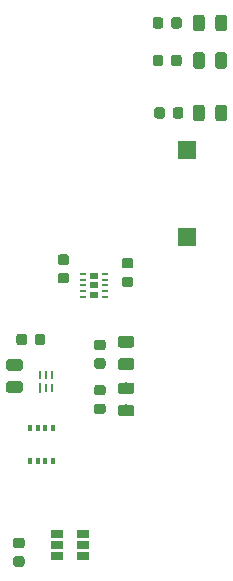
<source format=gbr>
G04 #@! TF.GenerationSoftware,KiCad,Pcbnew,(5.0.1)-rc2*
G04 #@! TF.CreationDate,2019-03-09T00:38:12-07:00*
G04 #@! TF.ProjectId,weatherStation,7765617468657253746174696F6E2E6B,rev?*
G04 #@! TF.SameCoordinates,Original*
G04 #@! TF.FileFunction,Paste,Top*
G04 #@! TF.FilePolarity,Positive*
%FSLAX46Y46*%
G04 Gerber Fmt 4.6, Leading zero omitted, Abs format (unit mm)*
G04 Created by KiCad (PCBNEW (5.0.1)-rc2) date 3/9/2019 12:38:12 AM*
%MOMM*%
%LPD*%
G01*
G04 APERTURE LIST*
%ADD10C,0.100000*%
%ADD11C,0.975000*%
%ADD12C,0.875000*%
%ADD13R,1.500000X1.500000*%
%ADD14R,1.060000X0.650000*%
%ADD15R,0.280000X0.750000*%
%ADD16R,0.280000X0.850000*%
%ADD17R,0.400000X0.600000*%
%ADD18R,0.650000X0.610000*%
%ADD19R,0.500000X0.250000*%
G04 APERTURE END LIST*
D10*
G04 #@! TO.C,C2*
G36*
X97889142Y-82444674D02*
X97912803Y-82448184D01*
X97936007Y-82453996D01*
X97958529Y-82462054D01*
X97980153Y-82472282D01*
X98000670Y-82484579D01*
X98019883Y-82498829D01*
X98037607Y-82514893D01*
X98053671Y-82532617D01*
X98067921Y-82551830D01*
X98080218Y-82572347D01*
X98090446Y-82593971D01*
X98098504Y-82616493D01*
X98104316Y-82639697D01*
X98107826Y-82663358D01*
X98109000Y-82687250D01*
X98109000Y-83174750D01*
X98107826Y-83198642D01*
X98104316Y-83222303D01*
X98098504Y-83245507D01*
X98090446Y-83268029D01*
X98080218Y-83289653D01*
X98067921Y-83310170D01*
X98053671Y-83329383D01*
X98037607Y-83347107D01*
X98019883Y-83363171D01*
X98000670Y-83377421D01*
X97980153Y-83389718D01*
X97958529Y-83399946D01*
X97936007Y-83408004D01*
X97912803Y-83413816D01*
X97889142Y-83417326D01*
X97865250Y-83418500D01*
X96952750Y-83418500D01*
X96928858Y-83417326D01*
X96905197Y-83413816D01*
X96881993Y-83408004D01*
X96859471Y-83399946D01*
X96837847Y-83389718D01*
X96817330Y-83377421D01*
X96798117Y-83363171D01*
X96780393Y-83347107D01*
X96764329Y-83329383D01*
X96750079Y-83310170D01*
X96737782Y-83289653D01*
X96727554Y-83268029D01*
X96719496Y-83245507D01*
X96713684Y-83222303D01*
X96710174Y-83198642D01*
X96709000Y-83174750D01*
X96709000Y-82687250D01*
X96710174Y-82663358D01*
X96713684Y-82639697D01*
X96719496Y-82616493D01*
X96727554Y-82593971D01*
X96737782Y-82572347D01*
X96750079Y-82551830D01*
X96764329Y-82532617D01*
X96780393Y-82514893D01*
X96798117Y-82498829D01*
X96817330Y-82484579D01*
X96837847Y-82472282D01*
X96859471Y-82462054D01*
X96881993Y-82453996D01*
X96905197Y-82448184D01*
X96928858Y-82444674D01*
X96952750Y-82443500D01*
X97865250Y-82443500D01*
X97889142Y-82444674D01*
X97889142Y-82444674D01*
G37*
D11*
X97409000Y-82931000D03*
D10*
G36*
X97889142Y-84319674D02*
X97912803Y-84323184D01*
X97936007Y-84328996D01*
X97958529Y-84337054D01*
X97980153Y-84347282D01*
X98000670Y-84359579D01*
X98019883Y-84373829D01*
X98037607Y-84389893D01*
X98053671Y-84407617D01*
X98067921Y-84426830D01*
X98080218Y-84447347D01*
X98090446Y-84468971D01*
X98098504Y-84491493D01*
X98104316Y-84514697D01*
X98107826Y-84538358D01*
X98109000Y-84562250D01*
X98109000Y-85049750D01*
X98107826Y-85073642D01*
X98104316Y-85097303D01*
X98098504Y-85120507D01*
X98090446Y-85143029D01*
X98080218Y-85164653D01*
X98067921Y-85185170D01*
X98053671Y-85204383D01*
X98037607Y-85222107D01*
X98019883Y-85238171D01*
X98000670Y-85252421D01*
X97980153Y-85264718D01*
X97958529Y-85274946D01*
X97936007Y-85283004D01*
X97912803Y-85288816D01*
X97889142Y-85292326D01*
X97865250Y-85293500D01*
X96952750Y-85293500D01*
X96928858Y-85292326D01*
X96905197Y-85288816D01*
X96881993Y-85283004D01*
X96859471Y-85274946D01*
X96837847Y-85264718D01*
X96817330Y-85252421D01*
X96798117Y-85238171D01*
X96780393Y-85222107D01*
X96764329Y-85204383D01*
X96750079Y-85185170D01*
X96737782Y-85164653D01*
X96727554Y-85143029D01*
X96719496Y-85120507D01*
X96713684Y-85097303D01*
X96710174Y-85073642D01*
X96709000Y-85049750D01*
X96709000Y-84562250D01*
X96710174Y-84538358D01*
X96713684Y-84514697D01*
X96719496Y-84491493D01*
X96727554Y-84468971D01*
X96737782Y-84447347D01*
X96750079Y-84426830D01*
X96764329Y-84407617D01*
X96780393Y-84389893D01*
X96798117Y-84373829D01*
X96817330Y-84359579D01*
X96837847Y-84347282D01*
X96859471Y-84337054D01*
X96881993Y-84328996D01*
X96905197Y-84323184D01*
X96928858Y-84319674D01*
X96952750Y-84318500D01*
X97865250Y-84318500D01*
X97889142Y-84319674D01*
X97889142Y-84319674D01*
G37*
D11*
X97409000Y-84806000D03*
G04 #@! TD*
D10*
G04 #@! TO.C,D4*
G36*
X107348141Y-80491174D02*
X107371802Y-80494684D01*
X107395006Y-80500496D01*
X107417528Y-80508554D01*
X107439152Y-80518782D01*
X107459669Y-80531079D01*
X107478882Y-80545329D01*
X107496606Y-80561393D01*
X107512670Y-80579117D01*
X107526920Y-80598330D01*
X107539217Y-80618847D01*
X107549445Y-80640471D01*
X107557503Y-80662993D01*
X107563315Y-80686197D01*
X107566825Y-80709858D01*
X107567999Y-80733750D01*
X107567999Y-81221250D01*
X107566825Y-81245142D01*
X107563315Y-81268803D01*
X107557503Y-81292007D01*
X107549445Y-81314529D01*
X107539217Y-81336153D01*
X107526920Y-81356670D01*
X107512670Y-81375883D01*
X107496606Y-81393607D01*
X107478882Y-81409671D01*
X107459669Y-81423921D01*
X107439152Y-81436218D01*
X107417528Y-81446446D01*
X107395006Y-81454504D01*
X107371802Y-81460316D01*
X107348141Y-81463826D01*
X107324249Y-81465000D01*
X106411749Y-81465000D01*
X106387857Y-81463826D01*
X106364196Y-81460316D01*
X106340992Y-81454504D01*
X106318470Y-81446446D01*
X106296846Y-81436218D01*
X106276329Y-81423921D01*
X106257116Y-81409671D01*
X106239392Y-81393607D01*
X106223328Y-81375883D01*
X106209078Y-81356670D01*
X106196781Y-81336153D01*
X106186553Y-81314529D01*
X106178495Y-81292007D01*
X106172683Y-81268803D01*
X106169173Y-81245142D01*
X106167999Y-81221250D01*
X106167999Y-80733750D01*
X106169173Y-80709858D01*
X106172683Y-80686197D01*
X106178495Y-80662993D01*
X106186553Y-80640471D01*
X106196781Y-80618847D01*
X106209078Y-80598330D01*
X106223328Y-80579117D01*
X106239392Y-80561393D01*
X106257116Y-80545329D01*
X106276329Y-80531079D01*
X106296846Y-80518782D01*
X106318470Y-80508554D01*
X106340992Y-80500496D01*
X106364196Y-80494684D01*
X106387857Y-80491174D01*
X106411749Y-80490000D01*
X107324249Y-80490000D01*
X107348141Y-80491174D01*
X107348141Y-80491174D01*
G37*
D11*
X106867999Y-80977500D03*
D10*
G36*
X107348141Y-82366174D02*
X107371802Y-82369684D01*
X107395006Y-82375496D01*
X107417528Y-82383554D01*
X107439152Y-82393782D01*
X107459669Y-82406079D01*
X107478882Y-82420329D01*
X107496606Y-82436393D01*
X107512670Y-82454117D01*
X107526920Y-82473330D01*
X107539217Y-82493847D01*
X107549445Y-82515471D01*
X107557503Y-82537993D01*
X107563315Y-82561197D01*
X107566825Y-82584858D01*
X107567999Y-82608750D01*
X107567999Y-83096250D01*
X107566825Y-83120142D01*
X107563315Y-83143803D01*
X107557503Y-83167007D01*
X107549445Y-83189529D01*
X107539217Y-83211153D01*
X107526920Y-83231670D01*
X107512670Y-83250883D01*
X107496606Y-83268607D01*
X107478882Y-83284671D01*
X107459669Y-83298921D01*
X107439152Y-83311218D01*
X107417528Y-83321446D01*
X107395006Y-83329504D01*
X107371802Y-83335316D01*
X107348141Y-83338826D01*
X107324249Y-83340000D01*
X106411749Y-83340000D01*
X106387857Y-83338826D01*
X106364196Y-83335316D01*
X106340992Y-83329504D01*
X106318470Y-83321446D01*
X106296846Y-83311218D01*
X106276329Y-83298921D01*
X106257116Y-83284671D01*
X106239392Y-83268607D01*
X106223328Y-83250883D01*
X106209078Y-83231670D01*
X106196781Y-83211153D01*
X106186553Y-83189529D01*
X106178495Y-83167007D01*
X106172683Y-83143803D01*
X106169173Y-83120142D01*
X106167999Y-83096250D01*
X106167999Y-82608750D01*
X106169173Y-82584858D01*
X106172683Y-82561197D01*
X106178495Y-82537993D01*
X106186553Y-82515471D01*
X106196781Y-82493847D01*
X106209078Y-82473330D01*
X106223328Y-82454117D01*
X106239392Y-82436393D01*
X106257116Y-82420329D01*
X106276329Y-82406079D01*
X106296846Y-82393782D01*
X106318470Y-82383554D01*
X106340992Y-82375496D01*
X106364196Y-82369684D01*
X106387857Y-82366174D01*
X106411749Y-82365000D01*
X107324249Y-82365000D01*
X107348141Y-82366174D01*
X107348141Y-82366174D01*
G37*
D11*
X106867999Y-82852500D03*
G04 #@! TD*
D10*
G04 #@! TO.C,D5*
G36*
X107348141Y-84428174D02*
X107371802Y-84431684D01*
X107395006Y-84437496D01*
X107417528Y-84445554D01*
X107439152Y-84455782D01*
X107459669Y-84468079D01*
X107478882Y-84482329D01*
X107496606Y-84498393D01*
X107512670Y-84516117D01*
X107526920Y-84535330D01*
X107539217Y-84555847D01*
X107549445Y-84577471D01*
X107557503Y-84599993D01*
X107563315Y-84623197D01*
X107566825Y-84646858D01*
X107567999Y-84670750D01*
X107567999Y-85158250D01*
X107566825Y-85182142D01*
X107563315Y-85205803D01*
X107557503Y-85229007D01*
X107549445Y-85251529D01*
X107539217Y-85273153D01*
X107526920Y-85293670D01*
X107512670Y-85312883D01*
X107496606Y-85330607D01*
X107478882Y-85346671D01*
X107459669Y-85360921D01*
X107439152Y-85373218D01*
X107417528Y-85383446D01*
X107395006Y-85391504D01*
X107371802Y-85397316D01*
X107348141Y-85400826D01*
X107324249Y-85402000D01*
X106411749Y-85402000D01*
X106387857Y-85400826D01*
X106364196Y-85397316D01*
X106340992Y-85391504D01*
X106318470Y-85383446D01*
X106296846Y-85373218D01*
X106276329Y-85360921D01*
X106257116Y-85346671D01*
X106239392Y-85330607D01*
X106223328Y-85312883D01*
X106209078Y-85293670D01*
X106196781Y-85273153D01*
X106186553Y-85251529D01*
X106178495Y-85229007D01*
X106172683Y-85205803D01*
X106169173Y-85182142D01*
X106167999Y-85158250D01*
X106167999Y-84670750D01*
X106169173Y-84646858D01*
X106172683Y-84623197D01*
X106178495Y-84599993D01*
X106186553Y-84577471D01*
X106196781Y-84555847D01*
X106209078Y-84535330D01*
X106223328Y-84516117D01*
X106239392Y-84498393D01*
X106257116Y-84482329D01*
X106276329Y-84468079D01*
X106296846Y-84455782D01*
X106318470Y-84445554D01*
X106340992Y-84437496D01*
X106364196Y-84431684D01*
X106387857Y-84428174D01*
X106411749Y-84427000D01*
X107324249Y-84427000D01*
X107348141Y-84428174D01*
X107348141Y-84428174D01*
G37*
D11*
X106867999Y-84914500D03*
D10*
G36*
X107348141Y-86303174D02*
X107371802Y-86306684D01*
X107395006Y-86312496D01*
X107417528Y-86320554D01*
X107439152Y-86330782D01*
X107459669Y-86343079D01*
X107478882Y-86357329D01*
X107496606Y-86373393D01*
X107512670Y-86391117D01*
X107526920Y-86410330D01*
X107539217Y-86430847D01*
X107549445Y-86452471D01*
X107557503Y-86474993D01*
X107563315Y-86498197D01*
X107566825Y-86521858D01*
X107567999Y-86545750D01*
X107567999Y-87033250D01*
X107566825Y-87057142D01*
X107563315Y-87080803D01*
X107557503Y-87104007D01*
X107549445Y-87126529D01*
X107539217Y-87148153D01*
X107526920Y-87168670D01*
X107512670Y-87187883D01*
X107496606Y-87205607D01*
X107478882Y-87221671D01*
X107459669Y-87235921D01*
X107439152Y-87248218D01*
X107417528Y-87258446D01*
X107395006Y-87266504D01*
X107371802Y-87272316D01*
X107348141Y-87275826D01*
X107324249Y-87277000D01*
X106411749Y-87277000D01*
X106387857Y-87275826D01*
X106364196Y-87272316D01*
X106340992Y-87266504D01*
X106318470Y-87258446D01*
X106296846Y-87248218D01*
X106276329Y-87235921D01*
X106257116Y-87221671D01*
X106239392Y-87205607D01*
X106223328Y-87187883D01*
X106209078Y-87168670D01*
X106196781Y-87148153D01*
X106186553Y-87126529D01*
X106178495Y-87104007D01*
X106172683Y-87080803D01*
X106169173Y-87057142D01*
X106167999Y-87033250D01*
X106167999Y-86545750D01*
X106169173Y-86521858D01*
X106172683Y-86498197D01*
X106178495Y-86474993D01*
X106186553Y-86452471D01*
X106196781Y-86430847D01*
X106209078Y-86410330D01*
X106223328Y-86391117D01*
X106239392Y-86373393D01*
X106257116Y-86357329D01*
X106276329Y-86343079D01*
X106296846Y-86330782D01*
X106318470Y-86320554D01*
X106340992Y-86312496D01*
X106364196Y-86306684D01*
X106387857Y-86303174D01*
X106411749Y-86302000D01*
X107324249Y-86302000D01*
X107348141Y-86303174D01*
X107348141Y-86303174D01*
G37*
D11*
X106867999Y-86789500D03*
G04 #@! TD*
D10*
G04 #@! TO.C,D8*
G36*
X113297642Y-53276174D02*
X113321303Y-53279684D01*
X113344507Y-53285496D01*
X113367029Y-53293554D01*
X113388653Y-53303782D01*
X113409170Y-53316079D01*
X113428383Y-53330329D01*
X113446107Y-53346393D01*
X113462171Y-53364117D01*
X113476421Y-53383330D01*
X113488718Y-53403847D01*
X113498946Y-53425471D01*
X113507004Y-53447993D01*
X113512816Y-53471197D01*
X113516326Y-53494858D01*
X113517500Y-53518750D01*
X113517500Y-54431250D01*
X113516326Y-54455142D01*
X113512816Y-54478803D01*
X113507004Y-54502007D01*
X113498946Y-54524529D01*
X113488718Y-54546153D01*
X113476421Y-54566670D01*
X113462171Y-54585883D01*
X113446107Y-54603607D01*
X113428383Y-54619671D01*
X113409170Y-54633921D01*
X113388653Y-54646218D01*
X113367029Y-54656446D01*
X113344507Y-54664504D01*
X113321303Y-54670316D01*
X113297642Y-54673826D01*
X113273750Y-54675000D01*
X112786250Y-54675000D01*
X112762358Y-54673826D01*
X112738697Y-54670316D01*
X112715493Y-54664504D01*
X112692971Y-54656446D01*
X112671347Y-54646218D01*
X112650830Y-54633921D01*
X112631617Y-54619671D01*
X112613893Y-54603607D01*
X112597829Y-54585883D01*
X112583579Y-54566670D01*
X112571282Y-54546153D01*
X112561054Y-54524529D01*
X112552996Y-54502007D01*
X112547184Y-54478803D01*
X112543674Y-54455142D01*
X112542500Y-54431250D01*
X112542500Y-53518750D01*
X112543674Y-53494858D01*
X112547184Y-53471197D01*
X112552996Y-53447993D01*
X112561054Y-53425471D01*
X112571282Y-53403847D01*
X112583579Y-53383330D01*
X112597829Y-53364117D01*
X112613893Y-53346393D01*
X112631617Y-53330329D01*
X112650830Y-53316079D01*
X112671347Y-53303782D01*
X112692971Y-53293554D01*
X112715493Y-53285496D01*
X112738697Y-53279684D01*
X112762358Y-53276174D01*
X112786250Y-53275000D01*
X113273750Y-53275000D01*
X113297642Y-53276174D01*
X113297642Y-53276174D01*
G37*
D11*
X113030000Y-53975000D03*
D10*
G36*
X115172642Y-53276174D02*
X115196303Y-53279684D01*
X115219507Y-53285496D01*
X115242029Y-53293554D01*
X115263653Y-53303782D01*
X115284170Y-53316079D01*
X115303383Y-53330329D01*
X115321107Y-53346393D01*
X115337171Y-53364117D01*
X115351421Y-53383330D01*
X115363718Y-53403847D01*
X115373946Y-53425471D01*
X115382004Y-53447993D01*
X115387816Y-53471197D01*
X115391326Y-53494858D01*
X115392500Y-53518750D01*
X115392500Y-54431250D01*
X115391326Y-54455142D01*
X115387816Y-54478803D01*
X115382004Y-54502007D01*
X115373946Y-54524529D01*
X115363718Y-54546153D01*
X115351421Y-54566670D01*
X115337171Y-54585883D01*
X115321107Y-54603607D01*
X115303383Y-54619671D01*
X115284170Y-54633921D01*
X115263653Y-54646218D01*
X115242029Y-54656446D01*
X115219507Y-54664504D01*
X115196303Y-54670316D01*
X115172642Y-54673826D01*
X115148750Y-54675000D01*
X114661250Y-54675000D01*
X114637358Y-54673826D01*
X114613697Y-54670316D01*
X114590493Y-54664504D01*
X114567971Y-54656446D01*
X114546347Y-54646218D01*
X114525830Y-54633921D01*
X114506617Y-54619671D01*
X114488893Y-54603607D01*
X114472829Y-54585883D01*
X114458579Y-54566670D01*
X114446282Y-54546153D01*
X114436054Y-54524529D01*
X114427996Y-54502007D01*
X114422184Y-54478803D01*
X114418674Y-54455142D01*
X114417500Y-54431250D01*
X114417500Y-53518750D01*
X114418674Y-53494858D01*
X114422184Y-53471197D01*
X114427996Y-53447993D01*
X114436054Y-53425471D01*
X114446282Y-53403847D01*
X114458579Y-53383330D01*
X114472829Y-53364117D01*
X114488893Y-53346393D01*
X114506617Y-53330329D01*
X114525830Y-53316079D01*
X114546347Y-53303782D01*
X114567971Y-53293554D01*
X114590493Y-53285496D01*
X114613697Y-53279684D01*
X114637358Y-53276174D01*
X114661250Y-53275000D01*
X115148750Y-53275000D01*
X115172642Y-53276174D01*
X115172642Y-53276174D01*
G37*
D11*
X114905000Y-53975000D03*
G04 #@! TD*
D10*
G04 #@! TO.C,D9*
G36*
X113297642Y-56451174D02*
X113321303Y-56454684D01*
X113344507Y-56460496D01*
X113367029Y-56468554D01*
X113388653Y-56478782D01*
X113409170Y-56491079D01*
X113428383Y-56505329D01*
X113446107Y-56521393D01*
X113462171Y-56539117D01*
X113476421Y-56558330D01*
X113488718Y-56578847D01*
X113498946Y-56600471D01*
X113507004Y-56622993D01*
X113512816Y-56646197D01*
X113516326Y-56669858D01*
X113517500Y-56693750D01*
X113517500Y-57606250D01*
X113516326Y-57630142D01*
X113512816Y-57653803D01*
X113507004Y-57677007D01*
X113498946Y-57699529D01*
X113488718Y-57721153D01*
X113476421Y-57741670D01*
X113462171Y-57760883D01*
X113446107Y-57778607D01*
X113428383Y-57794671D01*
X113409170Y-57808921D01*
X113388653Y-57821218D01*
X113367029Y-57831446D01*
X113344507Y-57839504D01*
X113321303Y-57845316D01*
X113297642Y-57848826D01*
X113273750Y-57850000D01*
X112786250Y-57850000D01*
X112762358Y-57848826D01*
X112738697Y-57845316D01*
X112715493Y-57839504D01*
X112692971Y-57831446D01*
X112671347Y-57821218D01*
X112650830Y-57808921D01*
X112631617Y-57794671D01*
X112613893Y-57778607D01*
X112597829Y-57760883D01*
X112583579Y-57741670D01*
X112571282Y-57721153D01*
X112561054Y-57699529D01*
X112552996Y-57677007D01*
X112547184Y-57653803D01*
X112543674Y-57630142D01*
X112542500Y-57606250D01*
X112542500Y-56693750D01*
X112543674Y-56669858D01*
X112547184Y-56646197D01*
X112552996Y-56622993D01*
X112561054Y-56600471D01*
X112571282Y-56578847D01*
X112583579Y-56558330D01*
X112597829Y-56539117D01*
X112613893Y-56521393D01*
X112631617Y-56505329D01*
X112650830Y-56491079D01*
X112671347Y-56478782D01*
X112692971Y-56468554D01*
X112715493Y-56460496D01*
X112738697Y-56454684D01*
X112762358Y-56451174D01*
X112786250Y-56450000D01*
X113273750Y-56450000D01*
X113297642Y-56451174D01*
X113297642Y-56451174D01*
G37*
D11*
X113030000Y-57150000D03*
D10*
G36*
X115172642Y-56451174D02*
X115196303Y-56454684D01*
X115219507Y-56460496D01*
X115242029Y-56468554D01*
X115263653Y-56478782D01*
X115284170Y-56491079D01*
X115303383Y-56505329D01*
X115321107Y-56521393D01*
X115337171Y-56539117D01*
X115351421Y-56558330D01*
X115363718Y-56578847D01*
X115373946Y-56600471D01*
X115382004Y-56622993D01*
X115387816Y-56646197D01*
X115391326Y-56669858D01*
X115392500Y-56693750D01*
X115392500Y-57606250D01*
X115391326Y-57630142D01*
X115387816Y-57653803D01*
X115382004Y-57677007D01*
X115373946Y-57699529D01*
X115363718Y-57721153D01*
X115351421Y-57741670D01*
X115337171Y-57760883D01*
X115321107Y-57778607D01*
X115303383Y-57794671D01*
X115284170Y-57808921D01*
X115263653Y-57821218D01*
X115242029Y-57831446D01*
X115219507Y-57839504D01*
X115196303Y-57845316D01*
X115172642Y-57848826D01*
X115148750Y-57850000D01*
X114661250Y-57850000D01*
X114637358Y-57848826D01*
X114613697Y-57845316D01*
X114590493Y-57839504D01*
X114567971Y-57831446D01*
X114546347Y-57821218D01*
X114525830Y-57808921D01*
X114506617Y-57794671D01*
X114488893Y-57778607D01*
X114472829Y-57760883D01*
X114458579Y-57741670D01*
X114446282Y-57721153D01*
X114436054Y-57699529D01*
X114427996Y-57677007D01*
X114422184Y-57653803D01*
X114418674Y-57630142D01*
X114417500Y-57606250D01*
X114417500Y-56693750D01*
X114418674Y-56669858D01*
X114422184Y-56646197D01*
X114427996Y-56622993D01*
X114436054Y-56600471D01*
X114446282Y-56578847D01*
X114458579Y-56558330D01*
X114472829Y-56539117D01*
X114488893Y-56521393D01*
X114506617Y-56505329D01*
X114525830Y-56491079D01*
X114546347Y-56478782D01*
X114567971Y-56468554D01*
X114590493Y-56460496D01*
X114613697Y-56454684D01*
X114637358Y-56451174D01*
X114661250Y-56450000D01*
X115148750Y-56450000D01*
X115172642Y-56451174D01*
X115172642Y-56451174D01*
G37*
D11*
X114905000Y-57150000D03*
G04 #@! TD*
D10*
G04 #@! TO.C,D10*
G36*
X115172642Y-60896174D02*
X115196303Y-60899684D01*
X115219507Y-60905496D01*
X115242029Y-60913554D01*
X115263653Y-60923782D01*
X115284170Y-60936079D01*
X115303383Y-60950329D01*
X115321107Y-60966393D01*
X115337171Y-60984117D01*
X115351421Y-61003330D01*
X115363718Y-61023847D01*
X115373946Y-61045471D01*
X115382004Y-61067993D01*
X115387816Y-61091197D01*
X115391326Y-61114858D01*
X115392500Y-61138750D01*
X115392500Y-62051250D01*
X115391326Y-62075142D01*
X115387816Y-62098803D01*
X115382004Y-62122007D01*
X115373946Y-62144529D01*
X115363718Y-62166153D01*
X115351421Y-62186670D01*
X115337171Y-62205883D01*
X115321107Y-62223607D01*
X115303383Y-62239671D01*
X115284170Y-62253921D01*
X115263653Y-62266218D01*
X115242029Y-62276446D01*
X115219507Y-62284504D01*
X115196303Y-62290316D01*
X115172642Y-62293826D01*
X115148750Y-62295000D01*
X114661250Y-62295000D01*
X114637358Y-62293826D01*
X114613697Y-62290316D01*
X114590493Y-62284504D01*
X114567971Y-62276446D01*
X114546347Y-62266218D01*
X114525830Y-62253921D01*
X114506617Y-62239671D01*
X114488893Y-62223607D01*
X114472829Y-62205883D01*
X114458579Y-62186670D01*
X114446282Y-62166153D01*
X114436054Y-62144529D01*
X114427996Y-62122007D01*
X114422184Y-62098803D01*
X114418674Y-62075142D01*
X114417500Y-62051250D01*
X114417500Y-61138750D01*
X114418674Y-61114858D01*
X114422184Y-61091197D01*
X114427996Y-61067993D01*
X114436054Y-61045471D01*
X114446282Y-61023847D01*
X114458579Y-61003330D01*
X114472829Y-60984117D01*
X114488893Y-60966393D01*
X114506617Y-60950329D01*
X114525830Y-60936079D01*
X114546347Y-60923782D01*
X114567971Y-60913554D01*
X114590493Y-60905496D01*
X114613697Y-60899684D01*
X114637358Y-60896174D01*
X114661250Y-60895000D01*
X115148750Y-60895000D01*
X115172642Y-60896174D01*
X115172642Y-60896174D01*
G37*
D11*
X114905000Y-61595000D03*
D10*
G36*
X113297642Y-60896174D02*
X113321303Y-60899684D01*
X113344507Y-60905496D01*
X113367029Y-60913554D01*
X113388653Y-60923782D01*
X113409170Y-60936079D01*
X113428383Y-60950329D01*
X113446107Y-60966393D01*
X113462171Y-60984117D01*
X113476421Y-61003330D01*
X113488718Y-61023847D01*
X113498946Y-61045471D01*
X113507004Y-61067993D01*
X113512816Y-61091197D01*
X113516326Y-61114858D01*
X113517500Y-61138750D01*
X113517500Y-62051250D01*
X113516326Y-62075142D01*
X113512816Y-62098803D01*
X113507004Y-62122007D01*
X113498946Y-62144529D01*
X113488718Y-62166153D01*
X113476421Y-62186670D01*
X113462171Y-62205883D01*
X113446107Y-62223607D01*
X113428383Y-62239671D01*
X113409170Y-62253921D01*
X113388653Y-62266218D01*
X113367029Y-62276446D01*
X113344507Y-62284504D01*
X113321303Y-62290316D01*
X113297642Y-62293826D01*
X113273750Y-62295000D01*
X112786250Y-62295000D01*
X112762358Y-62293826D01*
X112738697Y-62290316D01*
X112715493Y-62284504D01*
X112692971Y-62276446D01*
X112671347Y-62266218D01*
X112650830Y-62253921D01*
X112631617Y-62239671D01*
X112613893Y-62223607D01*
X112597829Y-62205883D01*
X112583579Y-62186670D01*
X112571282Y-62166153D01*
X112561054Y-62144529D01*
X112552996Y-62122007D01*
X112547184Y-62098803D01*
X112543674Y-62075142D01*
X112542500Y-62051250D01*
X112542500Y-61138750D01*
X112543674Y-61114858D01*
X112547184Y-61091197D01*
X112552996Y-61067993D01*
X112561054Y-61045471D01*
X112571282Y-61023847D01*
X112583579Y-61003330D01*
X112597829Y-60984117D01*
X112613893Y-60966393D01*
X112631617Y-60950329D01*
X112650830Y-60936079D01*
X112671347Y-60923782D01*
X112692971Y-60913554D01*
X112715493Y-60905496D01*
X112738697Y-60899684D01*
X112762358Y-60896174D01*
X112786250Y-60895000D01*
X113273750Y-60895000D01*
X113297642Y-60896174D01*
X113297642Y-60896174D01*
G37*
D11*
X113030000Y-61595000D03*
G04 #@! TD*
D10*
G04 #@! TO.C,R6*
G36*
X98258691Y-80298053D02*
X98279926Y-80301203D01*
X98300750Y-80306419D01*
X98320962Y-80313651D01*
X98340368Y-80322830D01*
X98358781Y-80333866D01*
X98376024Y-80346654D01*
X98391930Y-80361070D01*
X98406346Y-80376976D01*
X98419134Y-80394219D01*
X98430170Y-80412632D01*
X98439349Y-80432038D01*
X98446581Y-80452250D01*
X98451797Y-80473074D01*
X98454947Y-80494309D01*
X98456000Y-80515750D01*
X98456000Y-81028250D01*
X98454947Y-81049691D01*
X98451797Y-81070926D01*
X98446581Y-81091750D01*
X98439349Y-81111962D01*
X98430170Y-81131368D01*
X98419134Y-81149781D01*
X98406346Y-81167024D01*
X98391930Y-81182930D01*
X98376024Y-81197346D01*
X98358781Y-81210134D01*
X98340368Y-81221170D01*
X98320962Y-81230349D01*
X98300750Y-81237581D01*
X98279926Y-81242797D01*
X98258691Y-81245947D01*
X98237250Y-81247000D01*
X97799750Y-81247000D01*
X97778309Y-81245947D01*
X97757074Y-81242797D01*
X97736250Y-81237581D01*
X97716038Y-81230349D01*
X97696632Y-81221170D01*
X97678219Y-81210134D01*
X97660976Y-81197346D01*
X97645070Y-81182930D01*
X97630654Y-81167024D01*
X97617866Y-81149781D01*
X97606830Y-81131368D01*
X97597651Y-81111962D01*
X97590419Y-81091750D01*
X97585203Y-81070926D01*
X97582053Y-81049691D01*
X97581000Y-81028250D01*
X97581000Y-80515750D01*
X97582053Y-80494309D01*
X97585203Y-80473074D01*
X97590419Y-80452250D01*
X97597651Y-80432038D01*
X97606830Y-80412632D01*
X97617866Y-80394219D01*
X97630654Y-80376976D01*
X97645070Y-80361070D01*
X97660976Y-80346654D01*
X97678219Y-80333866D01*
X97696632Y-80322830D01*
X97716038Y-80313651D01*
X97736250Y-80306419D01*
X97757074Y-80301203D01*
X97778309Y-80298053D01*
X97799750Y-80297000D01*
X98237250Y-80297000D01*
X98258691Y-80298053D01*
X98258691Y-80298053D01*
G37*
D12*
X98018500Y-80772000D03*
D10*
G36*
X99833691Y-80298053D02*
X99854926Y-80301203D01*
X99875750Y-80306419D01*
X99895962Y-80313651D01*
X99915368Y-80322830D01*
X99933781Y-80333866D01*
X99951024Y-80346654D01*
X99966930Y-80361070D01*
X99981346Y-80376976D01*
X99994134Y-80394219D01*
X100005170Y-80412632D01*
X100014349Y-80432038D01*
X100021581Y-80452250D01*
X100026797Y-80473074D01*
X100029947Y-80494309D01*
X100031000Y-80515750D01*
X100031000Y-81028250D01*
X100029947Y-81049691D01*
X100026797Y-81070926D01*
X100021581Y-81091750D01*
X100014349Y-81111962D01*
X100005170Y-81131368D01*
X99994134Y-81149781D01*
X99981346Y-81167024D01*
X99966930Y-81182930D01*
X99951024Y-81197346D01*
X99933781Y-81210134D01*
X99915368Y-81221170D01*
X99895962Y-81230349D01*
X99875750Y-81237581D01*
X99854926Y-81242797D01*
X99833691Y-81245947D01*
X99812250Y-81247000D01*
X99374750Y-81247000D01*
X99353309Y-81245947D01*
X99332074Y-81242797D01*
X99311250Y-81237581D01*
X99291038Y-81230349D01*
X99271632Y-81221170D01*
X99253219Y-81210134D01*
X99235976Y-81197346D01*
X99220070Y-81182930D01*
X99205654Y-81167024D01*
X99192866Y-81149781D01*
X99181830Y-81131368D01*
X99172651Y-81111962D01*
X99165419Y-81091750D01*
X99160203Y-81070926D01*
X99157053Y-81049691D01*
X99156000Y-81028250D01*
X99156000Y-80515750D01*
X99157053Y-80494309D01*
X99160203Y-80473074D01*
X99165419Y-80452250D01*
X99172651Y-80432038D01*
X99181830Y-80412632D01*
X99192866Y-80394219D01*
X99205654Y-80376976D01*
X99220070Y-80361070D01*
X99235976Y-80346654D01*
X99253219Y-80333866D01*
X99271632Y-80322830D01*
X99291038Y-80313651D01*
X99311250Y-80306419D01*
X99332074Y-80301203D01*
X99353309Y-80298053D01*
X99374750Y-80297000D01*
X99812250Y-80297000D01*
X99833691Y-80298053D01*
X99833691Y-80298053D01*
G37*
D12*
X99593500Y-80772000D03*
G04 #@! TD*
D10*
G04 #@! TO.C,R17*
G36*
X98067691Y-99131553D02*
X98088926Y-99134703D01*
X98109750Y-99139919D01*
X98129962Y-99147151D01*
X98149368Y-99156330D01*
X98167781Y-99167366D01*
X98185024Y-99180154D01*
X98200930Y-99194570D01*
X98215346Y-99210476D01*
X98228134Y-99227719D01*
X98239170Y-99246132D01*
X98248349Y-99265538D01*
X98255581Y-99285750D01*
X98260797Y-99306574D01*
X98263947Y-99327809D01*
X98265000Y-99349250D01*
X98265000Y-99786750D01*
X98263947Y-99808191D01*
X98260797Y-99829426D01*
X98255581Y-99850250D01*
X98248349Y-99870462D01*
X98239170Y-99889868D01*
X98228134Y-99908281D01*
X98215346Y-99925524D01*
X98200930Y-99941430D01*
X98185024Y-99955846D01*
X98167781Y-99968634D01*
X98149368Y-99979670D01*
X98129962Y-99988849D01*
X98109750Y-99996081D01*
X98088926Y-100001297D01*
X98067691Y-100004447D01*
X98046250Y-100005500D01*
X97533750Y-100005500D01*
X97512309Y-100004447D01*
X97491074Y-100001297D01*
X97470250Y-99996081D01*
X97450038Y-99988849D01*
X97430632Y-99979670D01*
X97412219Y-99968634D01*
X97394976Y-99955846D01*
X97379070Y-99941430D01*
X97364654Y-99925524D01*
X97351866Y-99908281D01*
X97340830Y-99889868D01*
X97331651Y-99870462D01*
X97324419Y-99850250D01*
X97319203Y-99829426D01*
X97316053Y-99808191D01*
X97315000Y-99786750D01*
X97315000Y-99349250D01*
X97316053Y-99327809D01*
X97319203Y-99306574D01*
X97324419Y-99285750D01*
X97331651Y-99265538D01*
X97340830Y-99246132D01*
X97351866Y-99227719D01*
X97364654Y-99210476D01*
X97379070Y-99194570D01*
X97394976Y-99180154D01*
X97412219Y-99167366D01*
X97430632Y-99156330D01*
X97450038Y-99147151D01*
X97470250Y-99139919D01*
X97491074Y-99134703D01*
X97512309Y-99131553D01*
X97533750Y-99130500D01*
X98046250Y-99130500D01*
X98067691Y-99131553D01*
X98067691Y-99131553D01*
G37*
D12*
X97790000Y-99568000D03*
D10*
G36*
X98067691Y-97556553D02*
X98088926Y-97559703D01*
X98109750Y-97564919D01*
X98129962Y-97572151D01*
X98149368Y-97581330D01*
X98167781Y-97592366D01*
X98185024Y-97605154D01*
X98200930Y-97619570D01*
X98215346Y-97635476D01*
X98228134Y-97652719D01*
X98239170Y-97671132D01*
X98248349Y-97690538D01*
X98255581Y-97710750D01*
X98260797Y-97731574D01*
X98263947Y-97752809D01*
X98265000Y-97774250D01*
X98265000Y-98211750D01*
X98263947Y-98233191D01*
X98260797Y-98254426D01*
X98255581Y-98275250D01*
X98248349Y-98295462D01*
X98239170Y-98314868D01*
X98228134Y-98333281D01*
X98215346Y-98350524D01*
X98200930Y-98366430D01*
X98185024Y-98380846D01*
X98167781Y-98393634D01*
X98149368Y-98404670D01*
X98129962Y-98413849D01*
X98109750Y-98421081D01*
X98088926Y-98426297D01*
X98067691Y-98429447D01*
X98046250Y-98430500D01*
X97533750Y-98430500D01*
X97512309Y-98429447D01*
X97491074Y-98426297D01*
X97470250Y-98421081D01*
X97450038Y-98413849D01*
X97430632Y-98404670D01*
X97412219Y-98393634D01*
X97394976Y-98380846D01*
X97379070Y-98366430D01*
X97364654Y-98350524D01*
X97351866Y-98333281D01*
X97340830Y-98314868D01*
X97331651Y-98295462D01*
X97324419Y-98275250D01*
X97319203Y-98254426D01*
X97316053Y-98233191D01*
X97315000Y-98211750D01*
X97315000Y-97774250D01*
X97316053Y-97752809D01*
X97319203Y-97731574D01*
X97324419Y-97710750D01*
X97331651Y-97690538D01*
X97340830Y-97671132D01*
X97351866Y-97652719D01*
X97364654Y-97635476D01*
X97379070Y-97619570D01*
X97394976Y-97605154D01*
X97412219Y-97592366D01*
X97430632Y-97581330D01*
X97450038Y-97572151D01*
X97470250Y-97564919D01*
X97491074Y-97559703D01*
X97512309Y-97556553D01*
X97533750Y-97555500D01*
X98046250Y-97555500D01*
X98067691Y-97556553D01*
X98067691Y-97556553D01*
G37*
D12*
X97790000Y-97993000D03*
G04 #@! TD*
D10*
G04 #@! TO.C,R18*
G36*
X111365191Y-53501053D02*
X111386426Y-53504203D01*
X111407250Y-53509419D01*
X111427462Y-53516651D01*
X111446868Y-53525830D01*
X111465281Y-53536866D01*
X111482524Y-53549654D01*
X111498430Y-53564070D01*
X111512846Y-53579976D01*
X111525634Y-53597219D01*
X111536670Y-53615632D01*
X111545849Y-53635038D01*
X111553081Y-53655250D01*
X111558297Y-53676074D01*
X111561447Y-53697309D01*
X111562500Y-53718750D01*
X111562500Y-54231250D01*
X111561447Y-54252691D01*
X111558297Y-54273926D01*
X111553081Y-54294750D01*
X111545849Y-54314962D01*
X111536670Y-54334368D01*
X111525634Y-54352781D01*
X111512846Y-54370024D01*
X111498430Y-54385930D01*
X111482524Y-54400346D01*
X111465281Y-54413134D01*
X111446868Y-54424170D01*
X111427462Y-54433349D01*
X111407250Y-54440581D01*
X111386426Y-54445797D01*
X111365191Y-54448947D01*
X111343750Y-54450000D01*
X110906250Y-54450000D01*
X110884809Y-54448947D01*
X110863574Y-54445797D01*
X110842750Y-54440581D01*
X110822538Y-54433349D01*
X110803132Y-54424170D01*
X110784719Y-54413134D01*
X110767476Y-54400346D01*
X110751570Y-54385930D01*
X110737154Y-54370024D01*
X110724366Y-54352781D01*
X110713330Y-54334368D01*
X110704151Y-54314962D01*
X110696919Y-54294750D01*
X110691703Y-54273926D01*
X110688553Y-54252691D01*
X110687500Y-54231250D01*
X110687500Y-53718750D01*
X110688553Y-53697309D01*
X110691703Y-53676074D01*
X110696919Y-53655250D01*
X110704151Y-53635038D01*
X110713330Y-53615632D01*
X110724366Y-53597219D01*
X110737154Y-53579976D01*
X110751570Y-53564070D01*
X110767476Y-53549654D01*
X110784719Y-53536866D01*
X110803132Y-53525830D01*
X110822538Y-53516651D01*
X110842750Y-53509419D01*
X110863574Y-53504203D01*
X110884809Y-53501053D01*
X110906250Y-53500000D01*
X111343750Y-53500000D01*
X111365191Y-53501053D01*
X111365191Y-53501053D01*
G37*
D12*
X111125000Y-53975000D03*
D10*
G36*
X109790191Y-53501053D02*
X109811426Y-53504203D01*
X109832250Y-53509419D01*
X109852462Y-53516651D01*
X109871868Y-53525830D01*
X109890281Y-53536866D01*
X109907524Y-53549654D01*
X109923430Y-53564070D01*
X109937846Y-53579976D01*
X109950634Y-53597219D01*
X109961670Y-53615632D01*
X109970849Y-53635038D01*
X109978081Y-53655250D01*
X109983297Y-53676074D01*
X109986447Y-53697309D01*
X109987500Y-53718750D01*
X109987500Y-54231250D01*
X109986447Y-54252691D01*
X109983297Y-54273926D01*
X109978081Y-54294750D01*
X109970849Y-54314962D01*
X109961670Y-54334368D01*
X109950634Y-54352781D01*
X109937846Y-54370024D01*
X109923430Y-54385930D01*
X109907524Y-54400346D01*
X109890281Y-54413134D01*
X109871868Y-54424170D01*
X109852462Y-54433349D01*
X109832250Y-54440581D01*
X109811426Y-54445797D01*
X109790191Y-54448947D01*
X109768750Y-54450000D01*
X109331250Y-54450000D01*
X109309809Y-54448947D01*
X109288574Y-54445797D01*
X109267750Y-54440581D01*
X109247538Y-54433349D01*
X109228132Y-54424170D01*
X109209719Y-54413134D01*
X109192476Y-54400346D01*
X109176570Y-54385930D01*
X109162154Y-54370024D01*
X109149366Y-54352781D01*
X109138330Y-54334368D01*
X109129151Y-54314962D01*
X109121919Y-54294750D01*
X109116703Y-54273926D01*
X109113553Y-54252691D01*
X109112500Y-54231250D01*
X109112500Y-53718750D01*
X109113553Y-53697309D01*
X109116703Y-53676074D01*
X109121919Y-53655250D01*
X109129151Y-53635038D01*
X109138330Y-53615632D01*
X109149366Y-53597219D01*
X109162154Y-53579976D01*
X109176570Y-53564070D01*
X109192476Y-53549654D01*
X109209719Y-53536866D01*
X109228132Y-53525830D01*
X109247538Y-53516651D01*
X109267750Y-53509419D01*
X109288574Y-53504203D01*
X109309809Y-53501053D01*
X109331250Y-53500000D01*
X109768750Y-53500000D01*
X109790191Y-53501053D01*
X109790191Y-53501053D01*
G37*
D12*
X109550000Y-53975000D03*
G04 #@! TD*
D10*
G04 #@! TO.C,R19*
G36*
X109790191Y-56676053D02*
X109811426Y-56679203D01*
X109832250Y-56684419D01*
X109852462Y-56691651D01*
X109871868Y-56700830D01*
X109890281Y-56711866D01*
X109907524Y-56724654D01*
X109923430Y-56739070D01*
X109937846Y-56754976D01*
X109950634Y-56772219D01*
X109961670Y-56790632D01*
X109970849Y-56810038D01*
X109978081Y-56830250D01*
X109983297Y-56851074D01*
X109986447Y-56872309D01*
X109987500Y-56893750D01*
X109987500Y-57406250D01*
X109986447Y-57427691D01*
X109983297Y-57448926D01*
X109978081Y-57469750D01*
X109970849Y-57489962D01*
X109961670Y-57509368D01*
X109950634Y-57527781D01*
X109937846Y-57545024D01*
X109923430Y-57560930D01*
X109907524Y-57575346D01*
X109890281Y-57588134D01*
X109871868Y-57599170D01*
X109852462Y-57608349D01*
X109832250Y-57615581D01*
X109811426Y-57620797D01*
X109790191Y-57623947D01*
X109768750Y-57625000D01*
X109331250Y-57625000D01*
X109309809Y-57623947D01*
X109288574Y-57620797D01*
X109267750Y-57615581D01*
X109247538Y-57608349D01*
X109228132Y-57599170D01*
X109209719Y-57588134D01*
X109192476Y-57575346D01*
X109176570Y-57560930D01*
X109162154Y-57545024D01*
X109149366Y-57527781D01*
X109138330Y-57509368D01*
X109129151Y-57489962D01*
X109121919Y-57469750D01*
X109116703Y-57448926D01*
X109113553Y-57427691D01*
X109112500Y-57406250D01*
X109112500Y-56893750D01*
X109113553Y-56872309D01*
X109116703Y-56851074D01*
X109121919Y-56830250D01*
X109129151Y-56810038D01*
X109138330Y-56790632D01*
X109149366Y-56772219D01*
X109162154Y-56754976D01*
X109176570Y-56739070D01*
X109192476Y-56724654D01*
X109209719Y-56711866D01*
X109228132Y-56700830D01*
X109247538Y-56691651D01*
X109267750Y-56684419D01*
X109288574Y-56679203D01*
X109309809Y-56676053D01*
X109331250Y-56675000D01*
X109768750Y-56675000D01*
X109790191Y-56676053D01*
X109790191Y-56676053D01*
G37*
D12*
X109550000Y-57150000D03*
D10*
G36*
X111365191Y-56676053D02*
X111386426Y-56679203D01*
X111407250Y-56684419D01*
X111427462Y-56691651D01*
X111446868Y-56700830D01*
X111465281Y-56711866D01*
X111482524Y-56724654D01*
X111498430Y-56739070D01*
X111512846Y-56754976D01*
X111525634Y-56772219D01*
X111536670Y-56790632D01*
X111545849Y-56810038D01*
X111553081Y-56830250D01*
X111558297Y-56851074D01*
X111561447Y-56872309D01*
X111562500Y-56893750D01*
X111562500Y-57406250D01*
X111561447Y-57427691D01*
X111558297Y-57448926D01*
X111553081Y-57469750D01*
X111545849Y-57489962D01*
X111536670Y-57509368D01*
X111525634Y-57527781D01*
X111512846Y-57545024D01*
X111498430Y-57560930D01*
X111482524Y-57575346D01*
X111465281Y-57588134D01*
X111446868Y-57599170D01*
X111427462Y-57608349D01*
X111407250Y-57615581D01*
X111386426Y-57620797D01*
X111365191Y-57623947D01*
X111343750Y-57625000D01*
X110906250Y-57625000D01*
X110884809Y-57623947D01*
X110863574Y-57620797D01*
X110842750Y-57615581D01*
X110822538Y-57608349D01*
X110803132Y-57599170D01*
X110784719Y-57588134D01*
X110767476Y-57575346D01*
X110751570Y-57560930D01*
X110737154Y-57545024D01*
X110724366Y-57527781D01*
X110713330Y-57509368D01*
X110704151Y-57489962D01*
X110696919Y-57469750D01*
X110691703Y-57448926D01*
X110688553Y-57427691D01*
X110687500Y-57406250D01*
X110687500Y-56893750D01*
X110688553Y-56872309D01*
X110691703Y-56851074D01*
X110696919Y-56830250D01*
X110704151Y-56810038D01*
X110713330Y-56790632D01*
X110724366Y-56772219D01*
X110737154Y-56754976D01*
X110751570Y-56739070D01*
X110767476Y-56724654D01*
X110784719Y-56711866D01*
X110803132Y-56700830D01*
X110822538Y-56691651D01*
X110842750Y-56684419D01*
X110863574Y-56679203D01*
X110884809Y-56676053D01*
X110906250Y-56675000D01*
X111343750Y-56675000D01*
X111365191Y-56676053D01*
X111365191Y-56676053D01*
G37*
D12*
X111125000Y-57150000D03*
G04 #@! TD*
D10*
G04 #@! TO.C,R20*
G36*
X109942691Y-61121053D02*
X109963926Y-61124203D01*
X109984750Y-61129419D01*
X110004962Y-61136651D01*
X110024368Y-61145830D01*
X110042781Y-61156866D01*
X110060024Y-61169654D01*
X110075930Y-61184070D01*
X110090346Y-61199976D01*
X110103134Y-61217219D01*
X110114170Y-61235632D01*
X110123349Y-61255038D01*
X110130581Y-61275250D01*
X110135797Y-61296074D01*
X110138947Y-61317309D01*
X110140000Y-61338750D01*
X110140000Y-61851250D01*
X110138947Y-61872691D01*
X110135797Y-61893926D01*
X110130581Y-61914750D01*
X110123349Y-61934962D01*
X110114170Y-61954368D01*
X110103134Y-61972781D01*
X110090346Y-61990024D01*
X110075930Y-62005930D01*
X110060024Y-62020346D01*
X110042781Y-62033134D01*
X110024368Y-62044170D01*
X110004962Y-62053349D01*
X109984750Y-62060581D01*
X109963926Y-62065797D01*
X109942691Y-62068947D01*
X109921250Y-62070000D01*
X109483750Y-62070000D01*
X109462309Y-62068947D01*
X109441074Y-62065797D01*
X109420250Y-62060581D01*
X109400038Y-62053349D01*
X109380632Y-62044170D01*
X109362219Y-62033134D01*
X109344976Y-62020346D01*
X109329070Y-62005930D01*
X109314654Y-61990024D01*
X109301866Y-61972781D01*
X109290830Y-61954368D01*
X109281651Y-61934962D01*
X109274419Y-61914750D01*
X109269203Y-61893926D01*
X109266053Y-61872691D01*
X109265000Y-61851250D01*
X109265000Y-61338750D01*
X109266053Y-61317309D01*
X109269203Y-61296074D01*
X109274419Y-61275250D01*
X109281651Y-61255038D01*
X109290830Y-61235632D01*
X109301866Y-61217219D01*
X109314654Y-61199976D01*
X109329070Y-61184070D01*
X109344976Y-61169654D01*
X109362219Y-61156866D01*
X109380632Y-61145830D01*
X109400038Y-61136651D01*
X109420250Y-61129419D01*
X109441074Y-61124203D01*
X109462309Y-61121053D01*
X109483750Y-61120000D01*
X109921250Y-61120000D01*
X109942691Y-61121053D01*
X109942691Y-61121053D01*
G37*
D12*
X109702500Y-61595000D03*
D10*
G36*
X111517691Y-61121053D02*
X111538926Y-61124203D01*
X111559750Y-61129419D01*
X111579962Y-61136651D01*
X111599368Y-61145830D01*
X111617781Y-61156866D01*
X111635024Y-61169654D01*
X111650930Y-61184070D01*
X111665346Y-61199976D01*
X111678134Y-61217219D01*
X111689170Y-61235632D01*
X111698349Y-61255038D01*
X111705581Y-61275250D01*
X111710797Y-61296074D01*
X111713947Y-61317309D01*
X111715000Y-61338750D01*
X111715000Y-61851250D01*
X111713947Y-61872691D01*
X111710797Y-61893926D01*
X111705581Y-61914750D01*
X111698349Y-61934962D01*
X111689170Y-61954368D01*
X111678134Y-61972781D01*
X111665346Y-61990024D01*
X111650930Y-62005930D01*
X111635024Y-62020346D01*
X111617781Y-62033134D01*
X111599368Y-62044170D01*
X111579962Y-62053349D01*
X111559750Y-62060581D01*
X111538926Y-62065797D01*
X111517691Y-62068947D01*
X111496250Y-62070000D01*
X111058750Y-62070000D01*
X111037309Y-62068947D01*
X111016074Y-62065797D01*
X110995250Y-62060581D01*
X110975038Y-62053349D01*
X110955632Y-62044170D01*
X110937219Y-62033134D01*
X110919976Y-62020346D01*
X110904070Y-62005930D01*
X110889654Y-61990024D01*
X110876866Y-61972781D01*
X110865830Y-61954368D01*
X110856651Y-61934962D01*
X110849419Y-61914750D01*
X110844203Y-61893926D01*
X110841053Y-61872691D01*
X110840000Y-61851250D01*
X110840000Y-61338750D01*
X110841053Y-61317309D01*
X110844203Y-61296074D01*
X110849419Y-61275250D01*
X110856651Y-61255038D01*
X110865830Y-61235632D01*
X110876866Y-61217219D01*
X110889654Y-61199976D01*
X110904070Y-61184070D01*
X110919976Y-61169654D01*
X110937219Y-61156866D01*
X110955632Y-61145830D01*
X110975038Y-61136651D01*
X110995250Y-61129419D01*
X111016074Y-61124203D01*
X111037309Y-61121053D01*
X111058750Y-61120000D01*
X111496250Y-61120000D01*
X111517691Y-61121053D01*
X111517691Y-61121053D01*
G37*
D12*
X111277500Y-61595000D03*
G04 #@! TD*
D13*
G04 #@! TO.C,SW3*
X111990000Y-72105000D03*
X111990000Y-64705000D03*
G04 #@! TD*
D14*
G04 #@! TO.C,U7*
X101051000Y-97221000D03*
X101051000Y-98171000D03*
X101051000Y-99121000D03*
X103251000Y-99121000D03*
X103251000Y-97221000D03*
X103251000Y-98171000D03*
G04 #@! TD*
D15*
G04 #@! TO.C,U8*
X99576000Y-83753000D03*
X100076000Y-83753000D03*
X100576000Y-83753000D03*
X100576000Y-84903000D03*
X100076000Y-84903000D03*
D16*
X99576000Y-84853000D03*
G04 #@! TD*
D17*
G04 #@! TO.C,U9*
X100670000Y-88262000D03*
X100020000Y-88262000D03*
X99370000Y-88262000D03*
X98720000Y-88262000D03*
X98720000Y-91062000D03*
X99370000Y-91062000D03*
X100020000Y-91062000D03*
X100670000Y-91062000D03*
G04 #@! TD*
D18*
G04 #@! TO.C,U13*
X104140000Y-77000000D03*
X104140000Y-76200000D03*
X104140000Y-75400000D03*
D19*
X103190000Y-77200000D03*
X103190000Y-76700000D03*
X103190000Y-76200000D03*
X103190000Y-75700000D03*
X103190000Y-75200000D03*
X105090000Y-75200000D03*
X105090000Y-75700000D03*
X105090000Y-76200000D03*
X105090000Y-76700000D03*
X105090000Y-77200000D03*
G04 #@! TD*
D10*
G04 #@! TO.C,R8*
G36*
X104925691Y-80792553D02*
X104946926Y-80795703D01*
X104967750Y-80800919D01*
X104987962Y-80808151D01*
X105007368Y-80817330D01*
X105025781Y-80828366D01*
X105043024Y-80841154D01*
X105058930Y-80855570D01*
X105073346Y-80871476D01*
X105086134Y-80888719D01*
X105097170Y-80907132D01*
X105106349Y-80926538D01*
X105113581Y-80946750D01*
X105118797Y-80967574D01*
X105121947Y-80988809D01*
X105123000Y-81010250D01*
X105123000Y-81447750D01*
X105121947Y-81469191D01*
X105118797Y-81490426D01*
X105113581Y-81511250D01*
X105106349Y-81531462D01*
X105097170Y-81550868D01*
X105086134Y-81569281D01*
X105073346Y-81586524D01*
X105058930Y-81602430D01*
X105043024Y-81616846D01*
X105025781Y-81629634D01*
X105007368Y-81640670D01*
X104987962Y-81649849D01*
X104967750Y-81657081D01*
X104946926Y-81662297D01*
X104925691Y-81665447D01*
X104904250Y-81666500D01*
X104391750Y-81666500D01*
X104370309Y-81665447D01*
X104349074Y-81662297D01*
X104328250Y-81657081D01*
X104308038Y-81649849D01*
X104288632Y-81640670D01*
X104270219Y-81629634D01*
X104252976Y-81616846D01*
X104237070Y-81602430D01*
X104222654Y-81586524D01*
X104209866Y-81569281D01*
X104198830Y-81550868D01*
X104189651Y-81531462D01*
X104182419Y-81511250D01*
X104177203Y-81490426D01*
X104174053Y-81469191D01*
X104173000Y-81447750D01*
X104173000Y-81010250D01*
X104174053Y-80988809D01*
X104177203Y-80967574D01*
X104182419Y-80946750D01*
X104189651Y-80926538D01*
X104198830Y-80907132D01*
X104209866Y-80888719D01*
X104222654Y-80871476D01*
X104237070Y-80855570D01*
X104252976Y-80841154D01*
X104270219Y-80828366D01*
X104288632Y-80817330D01*
X104308038Y-80808151D01*
X104328250Y-80800919D01*
X104349074Y-80795703D01*
X104370309Y-80792553D01*
X104391750Y-80791500D01*
X104904250Y-80791500D01*
X104925691Y-80792553D01*
X104925691Y-80792553D01*
G37*
D12*
X104648000Y-81229000D03*
D10*
G36*
X104925691Y-82367553D02*
X104946926Y-82370703D01*
X104967750Y-82375919D01*
X104987962Y-82383151D01*
X105007368Y-82392330D01*
X105025781Y-82403366D01*
X105043024Y-82416154D01*
X105058930Y-82430570D01*
X105073346Y-82446476D01*
X105086134Y-82463719D01*
X105097170Y-82482132D01*
X105106349Y-82501538D01*
X105113581Y-82521750D01*
X105118797Y-82542574D01*
X105121947Y-82563809D01*
X105123000Y-82585250D01*
X105123000Y-83022750D01*
X105121947Y-83044191D01*
X105118797Y-83065426D01*
X105113581Y-83086250D01*
X105106349Y-83106462D01*
X105097170Y-83125868D01*
X105086134Y-83144281D01*
X105073346Y-83161524D01*
X105058930Y-83177430D01*
X105043024Y-83191846D01*
X105025781Y-83204634D01*
X105007368Y-83215670D01*
X104987962Y-83224849D01*
X104967750Y-83232081D01*
X104946926Y-83237297D01*
X104925691Y-83240447D01*
X104904250Y-83241500D01*
X104391750Y-83241500D01*
X104370309Y-83240447D01*
X104349074Y-83237297D01*
X104328250Y-83232081D01*
X104308038Y-83224849D01*
X104288632Y-83215670D01*
X104270219Y-83204634D01*
X104252976Y-83191846D01*
X104237070Y-83177430D01*
X104222654Y-83161524D01*
X104209866Y-83144281D01*
X104198830Y-83125868D01*
X104189651Y-83106462D01*
X104182419Y-83086250D01*
X104177203Y-83065426D01*
X104174053Y-83044191D01*
X104173000Y-83022750D01*
X104173000Y-82585250D01*
X104174053Y-82563809D01*
X104177203Y-82542574D01*
X104182419Y-82521750D01*
X104189651Y-82501538D01*
X104198830Y-82482132D01*
X104209866Y-82463719D01*
X104222654Y-82446476D01*
X104237070Y-82430570D01*
X104252976Y-82416154D01*
X104270219Y-82403366D01*
X104288632Y-82392330D01*
X104308038Y-82383151D01*
X104328250Y-82375919D01*
X104349074Y-82370703D01*
X104370309Y-82367553D01*
X104391750Y-82366500D01*
X104904250Y-82366500D01*
X104925691Y-82367553D01*
X104925691Y-82367553D01*
G37*
D12*
X104648000Y-82804000D03*
G04 #@! TD*
D10*
G04 #@! TO.C,R9*
G36*
X104925691Y-86203053D02*
X104946926Y-86206203D01*
X104967750Y-86211419D01*
X104987962Y-86218651D01*
X105007368Y-86227830D01*
X105025781Y-86238866D01*
X105043024Y-86251654D01*
X105058930Y-86266070D01*
X105073346Y-86281976D01*
X105086134Y-86299219D01*
X105097170Y-86317632D01*
X105106349Y-86337038D01*
X105113581Y-86357250D01*
X105118797Y-86378074D01*
X105121947Y-86399309D01*
X105123000Y-86420750D01*
X105123000Y-86858250D01*
X105121947Y-86879691D01*
X105118797Y-86900926D01*
X105113581Y-86921750D01*
X105106349Y-86941962D01*
X105097170Y-86961368D01*
X105086134Y-86979781D01*
X105073346Y-86997024D01*
X105058930Y-87012930D01*
X105043024Y-87027346D01*
X105025781Y-87040134D01*
X105007368Y-87051170D01*
X104987962Y-87060349D01*
X104967750Y-87067581D01*
X104946926Y-87072797D01*
X104925691Y-87075947D01*
X104904250Y-87077000D01*
X104391750Y-87077000D01*
X104370309Y-87075947D01*
X104349074Y-87072797D01*
X104328250Y-87067581D01*
X104308038Y-87060349D01*
X104288632Y-87051170D01*
X104270219Y-87040134D01*
X104252976Y-87027346D01*
X104237070Y-87012930D01*
X104222654Y-86997024D01*
X104209866Y-86979781D01*
X104198830Y-86961368D01*
X104189651Y-86941962D01*
X104182419Y-86921750D01*
X104177203Y-86900926D01*
X104174053Y-86879691D01*
X104173000Y-86858250D01*
X104173000Y-86420750D01*
X104174053Y-86399309D01*
X104177203Y-86378074D01*
X104182419Y-86357250D01*
X104189651Y-86337038D01*
X104198830Y-86317632D01*
X104209866Y-86299219D01*
X104222654Y-86281976D01*
X104237070Y-86266070D01*
X104252976Y-86251654D01*
X104270219Y-86238866D01*
X104288632Y-86227830D01*
X104308038Y-86218651D01*
X104328250Y-86211419D01*
X104349074Y-86206203D01*
X104370309Y-86203053D01*
X104391750Y-86202000D01*
X104904250Y-86202000D01*
X104925691Y-86203053D01*
X104925691Y-86203053D01*
G37*
D12*
X104648000Y-86639500D03*
D10*
G36*
X104925691Y-84628053D02*
X104946926Y-84631203D01*
X104967750Y-84636419D01*
X104987962Y-84643651D01*
X105007368Y-84652830D01*
X105025781Y-84663866D01*
X105043024Y-84676654D01*
X105058930Y-84691070D01*
X105073346Y-84706976D01*
X105086134Y-84724219D01*
X105097170Y-84742632D01*
X105106349Y-84762038D01*
X105113581Y-84782250D01*
X105118797Y-84803074D01*
X105121947Y-84824309D01*
X105123000Y-84845750D01*
X105123000Y-85283250D01*
X105121947Y-85304691D01*
X105118797Y-85325926D01*
X105113581Y-85346750D01*
X105106349Y-85366962D01*
X105097170Y-85386368D01*
X105086134Y-85404781D01*
X105073346Y-85422024D01*
X105058930Y-85437930D01*
X105043024Y-85452346D01*
X105025781Y-85465134D01*
X105007368Y-85476170D01*
X104987962Y-85485349D01*
X104967750Y-85492581D01*
X104946926Y-85497797D01*
X104925691Y-85500947D01*
X104904250Y-85502000D01*
X104391750Y-85502000D01*
X104370309Y-85500947D01*
X104349074Y-85497797D01*
X104328250Y-85492581D01*
X104308038Y-85485349D01*
X104288632Y-85476170D01*
X104270219Y-85465134D01*
X104252976Y-85452346D01*
X104237070Y-85437930D01*
X104222654Y-85422024D01*
X104209866Y-85404781D01*
X104198830Y-85386368D01*
X104189651Y-85366962D01*
X104182419Y-85346750D01*
X104177203Y-85325926D01*
X104174053Y-85304691D01*
X104173000Y-85283250D01*
X104173000Y-84845750D01*
X104174053Y-84824309D01*
X104177203Y-84803074D01*
X104182419Y-84782250D01*
X104189651Y-84762038D01*
X104198830Y-84742632D01*
X104209866Y-84724219D01*
X104222654Y-84706976D01*
X104237070Y-84691070D01*
X104252976Y-84676654D01*
X104270219Y-84663866D01*
X104288632Y-84652830D01*
X104308038Y-84643651D01*
X104328250Y-84636419D01*
X104349074Y-84631203D01*
X104370309Y-84628053D01*
X104391750Y-84627000D01*
X104904250Y-84627000D01*
X104925691Y-84628053D01*
X104925691Y-84628053D01*
G37*
D12*
X104648000Y-85064500D03*
G04 #@! TD*
D10*
G04 #@! TO.C,R11*
G36*
X107262491Y-73883753D02*
X107283726Y-73886903D01*
X107304550Y-73892119D01*
X107324762Y-73899351D01*
X107344168Y-73908530D01*
X107362581Y-73919566D01*
X107379824Y-73932354D01*
X107395730Y-73946770D01*
X107410146Y-73962676D01*
X107422934Y-73979919D01*
X107433970Y-73998332D01*
X107443149Y-74017738D01*
X107450381Y-74037950D01*
X107455597Y-74058774D01*
X107458747Y-74080009D01*
X107459800Y-74101450D01*
X107459800Y-74538950D01*
X107458747Y-74560391D01*
X107455597Y-74581626D01*
X107450381Y-74602450D01*
X107443149Y-74622662D01*
X107433970Y-74642068D01*
X107422934Y-74660481D01*
X107410146Y-74677724D01*
X107395730Y-74693630D01*
X107379824Y-74708046D01*
X107362581Y-74720834D01*
X107344168Y-74731870D01*
X107324762Y-74741049D01*
X107304550Y-74748281D01*
X107283726Y-74753497D01*
X107262491Y-74756647D01*
X107241050Y-74757700D01*
X106728550Y-74757700D01*
X106707109Y-74756647D01*
X106685874Y-74753497D01*
X106665050Y-74748281D01*
X106644838Y-74741049D01*
X106625432Y-74731870D01*
X106607019Y-74720834D01*
X106589776Y-74708046D01*
X106573870Y-74693630D01*
X106559454Y-74677724D01*
X106546666Y-74660481D01*
X106535630Y-74642068D01*
X106526451Y-74622662D01*
X106519219Y-74602450D01*
X106514003Y-74581626D01*
X106510853Y-74560391D01*
X106509800Y-74538950D01*
X106509800Y-74101450D01*
X106510853Y-74080009D01*
X106514003Y-74058774D01*
X106519219Y-74037950D01*
X106526451Y-74017738D01*
X106535630Y-73998332D01*
X106546666Y-73979919D01*
X106559454Y-73962676D01*
X106573870Y-73946770D01*
X106589776Y-73932354D01*
X106607019Y-73919566D01*
X106625432Y-73908530D01*
X106644838Y-73899351D01*
X106665050Y-73892119D01*
X106685874Y-73886903D01*
X106707109Y-73883753D01*
X106728550Y-73882700D01*
X107241050Y-73882700D01*
X107262491Y-73883753D01*
X107262491Y-73883753D01*
G37*
D12*
X106984800Y-74320200D03*
D10*
G36*
X107262491Y-75458753D02*
X107283726Y-75461903D01*
X107304550Y-75467119D01*
X107324762Y-75474351D01*
X107344168Y-75483530D01*
X107362581Y-75494566D01*
X107379824Y-75507354D01*
X107395730Y-75521770D01*
X107410146Y-75537676D01*
X107422934Y-75554919D01*
X107433970Y-75573332D01*
X107443149Y-75592738D01*
X107450381Y-75612950D01*
X107455597Y-75633774D01*
X107458747Y-75655009D01*
X107459800Y-75676450D01*
X107459800Y-76113950D01*
X107458747Y-76135391D01*
X107455597Y-76156626D01*
X107450381Y-76177450D01*
X107443149Y-76197662D01*
X107433970Y-76217068D01*
X107422934Y-76235481D01*
X107410146Y-76252724D01*
X107395730Y-76268630D01*
X107379824Y-76283046D01*
X107362581Y-76295834D01*
X107344168Y-76306870D01*
X107324762Y-76316049D01*
X107304550Y-76323281D01*
X107283726Y-76328497D01*
X107262491Y-76331647D01*
X107241050Y-76332700D01*
X106728550Y-76332700D01*
X106707109Y-76331647D01*
X106685874Y-76328497D01*
X106665050Y-76323281D01*
X106644838Y-76316049D01*
X106625432Y-76306870D01*
X106607019Y-76295834D01*
X106589776Y-76283046D01*
X106573870Y-76268630D01*
X106559454Y-76252724D01*
X106546666Y-76235481D01*
X106535630Y-76217068D01*
X106526451Y-76197662D01*
X106519219Y-76177450D01*
X106514003Y-76156626D01*
X106510853Y-76135391D01*
X106509800Y-76113950D01*
X106509800Y-75676450D01*
X106510853Y-75655009D01*
X106514003Y-75633774D01*
X106519219Y-75612950D01*
X106526451Y-75592738D01*
X106535630Y-75573332D01*
X106546666Y-75554919D01*
X106559454Y-75537676D01*
X106573870Y-75521770D01*
X106589776Y-75507354D01*
X106607019Y-75494566D01*
X106625432Y-75483530D01*
X106644838Y-75474351D01*
X106665050Y-75467119D01*
X106685874Y-75461903D01*
X106707109Y-75458753D01*
X106728550Y-75457700D01*
X107241050Y-75457700D01*
X107262491Y-75458753D01*
X107262491Y-75458753D01*
G37*
D12*
X106984800Y-75895200D03*
G04 #@! TD*
D10*
G04 #@! TO.C,R12*
G36*
X101826891Y-75153953D02*
X101848126Y-75157103D01*
X101868950Y-75162319D01*
X101889162Y-75169551D01*
X101908568Y-75178730D01*
X101926981Y-75189766D01*
X101944224Y-75202554D01*
X101960130Y-75216970D01*
X101974546Y-75232876D01*
X101987334Y-75250119D01*
X101998370Y-75268532D01*
X102007549Y-75287938D01*
X102014781Y-75308150D01*
X102019997Y-75328974D01*
X102023147Y-75350209D01*
X102024200Y-75371650D01*
X102024200Y-75809150D01*
X102023147Y-75830591D01*
X102019997Y-75851826D01*
X102014781Y-75872650D01*
X102007549Y-75892862D01*
X101998370Y-75912268D01*
X101987334Y-75930681D01*
X101974546Y-75947924D01*
X101960130Y-75963830D01*
X101944224Y-75978246D01*
X101926981Y-75991034D01*
X101908568Y-76002070D01*
X101889162Y-76011249D01*
X101868950Y-76018481D01*
X101848126Y-76023697D01*
X101826891Y-76026847D01*
X101805450Y-76027900D01*
X101292950Y-76027900D01*
X101271509Y-76026847D01*
X101250274Y-76023697D01*
X101229450Y-76018481D01*
X101209238Y-76011249D01*
X101189832Y-76002070D01*
X101171419Y-75991034D01*
X101154176Y-75978246D01*
X101138270Y-75963830D01*
X101123854Y-75947924D01*
X101111066Y-75930681D01*
X101100030Y-75912268D01*
X101090851Y-75892862D01*
X101083619Y-75872650D01*
X101078403Y-75851826D01*
X101075253Y-75830591D01*
X101074200Y-75809150D01*
X101074200Y-75371650D01*
X101075253Y-75350209D01*
X101078403Y-75328974D01*
X101083619Y-75308150D01*
X101090851Y-75287938D01*
X101100030Y-75268532D01*
X101111066Y-75250119D01*
X101123854Y-75232876D01*
X101138270Y-75216970D01*
X101154176Y-75202554D01*
X101171419Y-75189766D01*
X101189832Y-75178730D01*
X101209238Y-75169551D01*
X101229450Y-75162319D01*
X101250274Y-75157103D01*
X101271509Y-75153953D01*
X101292950Y-75152900D01*
X101805450Y-75152900D01*
X101826891Y-75153953D01*
X101826891Y-75153953D01*
G37*
D12*
X101549200Y-75590400D03*
D10*
G36*
X101826891Y-73578953D02*
X101848126Y-73582103D01*
X101868950Y-73587319D01*
X101889162Y-73594551D01*
X101908568Y-73603730D01*
X101926981Y-73614766D01*
X101944224Y-73627554D01*
X101960130Y-73641970D01*
X101974546Y-73657876D01*
X101987334Y-73675119D01*
X101998370Y-73693532D01*
X102007549Y-73712938D01*
X102014781Y-73733150D01*
X102019997Y-73753974D01*
X102023147Y-73775209D01*
X102024200Y-73796650D01*
X102024200Y-74234150D01*
X102023147Y-74255591D01*
X102019997Y-74276826D01*
X102014781Y-74297650D01*
X102007549Y-74317862D01*
X101998370Y-74337268D01*
X101987334Y-74355681D01*
X101974546Y-74372924D01*
X101960130Y-74388830D01*
X101944224Y-74403246D01*
X101926981Y-74416034D01*
X101908568Y-74427070D01*
X101889162Y-74436249D01*
X101868950Y-74443481D01*
X101848126Y-74448697D01*
X101826891Y-74451847D01*
X101805450Y-74452900D01*
X101292950Y-74452900D01*
X101271509Y-74451847D01*
X101250274Y-74448697D01*
X101229450Y-74443481D01*
X101209238Y-74436249D01*
X101189832Y-74427070D01*
X101171419Y-74416034D01*
X101154176Y-74403246D01*
X101138270Y-74388830D01*
X101123854Y-74372924D01*
X101111066Y-74355681D01*
X101100030Y-74337268D01*
X101090851Y-74317862D01*
X101083619Y-74297650D01*
X101078403Y-74276826D01*
X101075253Y-74255591D01*
X101074200Y-74234150D01*
X101074200Y-73796650D01*
X101075253Y-73775209D01*
X101078403Y-73753974D01*
X101083619Y-73733150D01*
X101090851Y-73712938D01*
X101100030Y-73693532D01*
X101111066Y-73675119D01*
X101123854Y-73657876D01*
X101138270Y-73641970D01*
X101154176Y-73627554D01*
X101171419Y-73614766D01*
X101189832Y-73603730D01*
X101209238Y-73594551D01*
X101229450Y-73587319D01*
X101250274Y-73582103D01*
X101271509Y-73578953D01*
X101292950Y-73577900D01*
X101805450Y-73577900D01*
X101826891Y-73578953D01*
X101826891Y-73578953D01*
G37*
D12*
X101549200Y-74015400D03*
G04 #@! TD*
M02*

</source>
